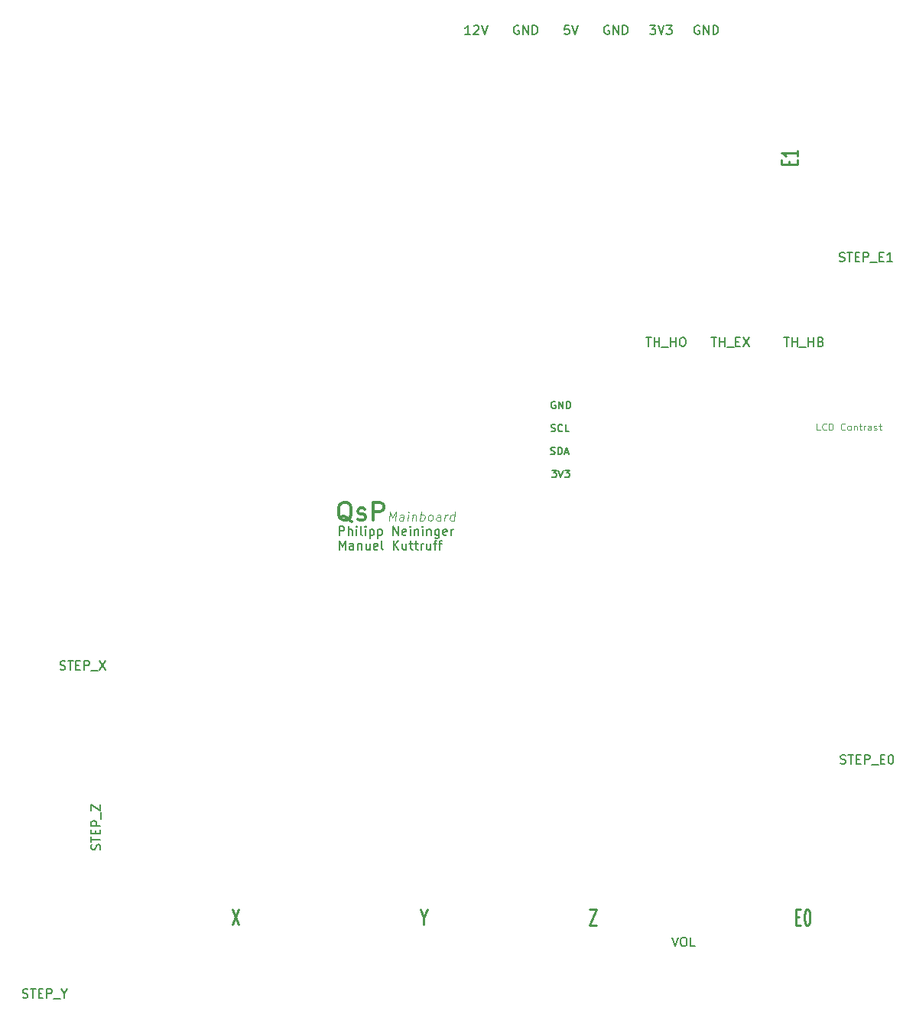
<source format=gbr>
%FSLAX34Y34*%
G04 Gerber Fmt 3.4, Leading zero omitted, Abs format*
G04 (created by PCBNEW (2014-05-13 BZR 4864)-product) date Mi 14 Mai 2014 10:21:02 CEST*
%MOIN*%
G01*
G70*
G90*
G04 APERTURE LIST*
%ADD10C,0.003937*%
%ADD11C,0.007874*%
%ADD12C,0.004331*%
%ADD13C,0.006693*%
%ADD14C,0.011811*%
%ADD15C,0.010700*%
%ADD16C,0.005906*%
G04 APERTURE END LIST*
G54D10*
G54D11*
X57776Y-23046D02*
X57832Y-23065D01*
X57926Y-23065D01*
X57964Y-23046D01*
X57982Y-23027D01*
X58001Y-22990D01*
X58001Y-22952D01*
X57982Y-22915D01*
X57964Y-22896D01*
X57926Y-22877D01*
X57851Y-22858D01*
X57814Y-22840D01*
X57795Y-22821D01*
X57776Y-22783D01*
X57776Y-22746D01*
X57795Y-22708D01*
X57814Y-22690D01*
X57851Y-22671D01*
X57945Y-22671D01*
X58001Y-22690D01*
X58114Y-22671D02*
X58338Y-22671D01*
X58226Y-23065D02*
X58226Y-22671D01*
X58470Y-22858D02*
X58601Y-22858D01*
X58657Y-23065D02*
X58470Y-23065D01*
X58470Y-22671D01*
X58657Y-22671D01*
X58826Y-23065D02*
X58826Y-22671D01*
X58976Y-22671D01*
X59013Y-22690D01*
X59032Y-22708D01*
X59051Y-22746D01*
X59051Y-22802D01*
X59032Y-22840D01*
X59013Y-22858D01*
X58976Y-22877D01*
X58826Y-22877D01*
X59126Y-23102D02*
X59426Y-23102D01*
X59520Y-22858D02*
X59651Y-22858D01*
X59707Y-23065D02*
X59520Y-23065D01*
X59520Y-22671D01*
X59707Y-22671D01*
X60082Y-23065D02*
X59857Y-23065D01*
X59970Y-23065D02*
X59970Y-22671D01*
X59932Y-22727D01*
X59895Y-22765D01*
X59857Y-22783D01*
X57826Y-44946D02*
X57882Y-44965D01*
X57976Y-44965D01*
X58014Y-44946D01*
X58032Y-44927D01*
X58051Y-44890D01*
X58051Y-44852D01*
X58032Y-44815D01*
X58014Y-44796D01*
X57976Y-44777D01*
X57901Y-44758D01*
X57864Y-44740D01*
X57845Y-44721D01*
X57826Y-44683D01*
X57826Y-44646D01*
X57845Y-44608D01*
X57864Y-44590D01*
X57901Y-44571D01*
X57995Y-44571D01*
X58051Y-44590D01*
X58164Y-44571D02*
X58388Y-44571D01*
X58276Y-44965D02*
X58276Y-44571D01*
X58520Y-44758D02*
X58651Y-44758D01*
X58707Y-44965D02*
X58520Y-44965D01*
X58520Y-44571D01*
X58707Y-44571D01*
X58876Y-44965D02*
X58876Y-44571D01*
X59026Y-44571D01*
X59063Y-44590D01*
X59082Y-44608D01*
X59101Y-44646D01*
X59101Y-44702D01*
X59082Y-44740D01*
X59063Y-44758D01*
X59026Y-44777D01*
X58876Y-44777D01*
X59176Y-45002D02*
X59476Y-45002D01*
X59570Y-44758D02*
X59701Y-44758D01*
X59757Y-44965D02*
X59570Y-44965D01*
X59570Y-44571D01*
X59757Y-44571D01*
X60001Y-44571D02*
X60038Y-44571D01*
X60076Y-44590D01*
X60095Y-44608D01*
X60113Y-44646D01*
X60132Y-44721D01*
X60132Y-44815D01*
X60113Y-44890D01*
X60095Y-44927D01*
X60076Y-44946D01*
X60038Y-44965D01*
X60001Y-44965D01*
X59963Y-44946D01*
X59945Y-44927D01*
X59926Y-44890D01*
X59907Y-44815D01*
X59907Y-44721D01*
X59926Y-44646D01*
X59945Y-44608D01*
X59963Y-44590D01*
X60001Y-44571D01*
X23804Y-40846D02*
X23860Y-40865D01*
X23954Y-40865D01*
X23992Y-40846D01*
X24010Y-40827D01*
X24029Y-40790D01*
X24029Y-40752D01*
X24010Y-40715D01*
X23992Y-40696D01*
X23954Y-40677D01*
X23879Y-40658D01*
X23842Y-40640D01*
X23823Y-40621D01*
X23804Y-40583D01*
X23804Y-40546D01*
X23823Y-40508D01*
X23842Y-40490D01*
X23879Y-40471D01*
X23973Y-40471D01*
X24029Y-40490D01*
X24142Y-40471D02*
X24367Y-40471D01*
X24254Y-40865D02*
X24254Y-40471D01*
X24498Y-40658D02*
X24629Y-40658D01*
X24685Y-40865D02*
X24498Y-40865D01*
X24498Y-40471D01*
X24685Y-40471D01*
X24854Y-40865D02*
X24854Y-40471D01*
X25004Y-40471D01*
X25041Y-40490D01*
X25060Y-40508D01*
X25079Y-40546D01*
X25079Y-40602D01*
X25060Y-40640D01*
X25041Y-40658D01*
X25004Y-40677D01*
X24854Y-40677D01*
X25154Y-40902D02*
X25454Y-40902D01*
X25510Y-40471D02*
X25773Y-40865D01*
X25773Y-40471D02*
X25510Y-40865D01*
X22173Y-55146D02*
X22229Y-55165D01*
X22323Y-55165D01*
X22360Y-55146D01*
X22379Y-55127D01*
X22398Y-55090D01*
X22398Y-55052D01*
X22379Y-55015D01*
X22360Y-54996D01*
X22323Y-54977D01*
X22248Y-54958D01*
X22210Y-54940D01*
X22192Y-54921D01*
X22173Y-54883D01*
X22173Y-54846D01*
X22192Y-54808D01*
X22210Y-54790D01*
X22248Y-54771D01*
X22342Y-54771D01*
X22398Y-54790D01*
X22510Y-54771D02*
X22735Y-54771D01*
X22623Y-55165D02*
X22623Y-54771D01*
X22867Y-54958D02*
X22998Y-54958D01*
X23054Y-55165D02*
X22867Y-55165D01*
X22867Y-54771D01*
X23054Y-54771D01*
X23223Y-55165D02*
X23223Y-54771D01*
X23373Y-54771D01*
X23410Y-54790D01*
X23429Y-54808D01*
X23448Y-54846D01*
X23448Y-54902D01*
X23429Y-54940D01*
X23410Y-54958D01*
X23373Y-54977D01*
X23223Y-54977D01*
X23523Y-55202D02*
X23823Y-55202D01*
X23991Y-54977D02*
X23991Y-55165D01*
X23860Y-54771D02*
X23991Y-54977D01*
X24123Y-54771D01*
G54D12*
X56935Y-30420D02*
X56794Y-30420D01*
X56794Y-30125D01*
X57202Y-30392D02*
X57188Y-30406D01*
X57146Y-30420D01*
X57117Y-30420D01*
X57075Y-30406D01*
X57047Y-30378D01*
X57033Y-30350D01*
X57019Y-30294D01*
X57019Y-30251D01*
X57033Y-30195D01*
X57047Y-30167D01*
X57075Y-30139D01*
X57117Y-30125D01*
X57146Y-30125D01*
X57188Y-30139D01*
X57202Y-30153D01*
X57328Y-30420D02*
X57328Y-30125D01*
X57399Y-30125D01*
X57441Y-30139D01*
X57469Y-30167D01*
X57483Y-30195D01*
X57497Y-30251D01*
X57497Y-30294D01*
X57483Y-30350D01*
X57469Y-30378D01*
X57441Y-30406D01*
X57399Y-30420D01*
X57328Y-30420D01*
X58017Y-30392D02*
X58003Y-30406D01*
X57961Y-30420D01*
X57933Y-30420D01*
X57891Y-30406D01*
X57863Y-30378D01*
X57849Y-30350D01*
X57835Y-30294D01*
X57835Y-30251D01*
X57849Y-30195D01*
X57863Y-30167D01*
X57891Y-30139D01*
X57933Y-30125D01*
X57961Y-30125D01*
X58003Y-30139D01*
X58017Y-30153D01*
X58186Y-30420D02*
X58158Y-30406D01*
X58144Y-30392D01*
X58130Y-30364D01*
X58130Y-30279D01*
X58144Y-30251D01*
X58158Y-30237D01*
X58186Y-30223D01*
X58228Y-30223D01*
X58256Y-30237D01*
X58270Y-30251D01*
X58284Y-30279D01*
X58284Y-30364D01*
X58270Y-30392D01*
X58256Y-30406D01*
X58228Y-30420D01*
X58186Y-30420D01*
X58411Y-30223D02*
X58411Y-30420D01*
X58411Y-30251D02*
X58425Y-30237D01*
X58453Y-30223D01*
X58495Y-30223D01*
X58524Y-30237D01*
X58538Y-30265D01*
X58538Y-30420D01*
X58636Y-30223D02*
X58748Y-30223D01*
X58678Y-30125D02*
X58678Y-30378D01*
X58692Y-30406D01*
X58720Y-30420D01*
X58748Y-30420D01*
X58847Y-30420D02*
X58847Y-30223D01*
X58847Y-30279D02*
X58861Y-30251D01*
X58875Y-30237D01*
X58903Y-30223D01*
X58931Y-30223D01*
X59156Y-30420D02*
X59156Y-30265D01*
X59142Y-30237D01*
X59114Y-30223D01*
X59058Y-30223D01*
X59030Y-30237D01*
X59156Y-30406D02*
X59128Y-30420D01*
X59058Y-30420D01*
X59030Y-30406D01*
X59016Y-30378D01*
X59016Y-30350D01*
X59030Y-30322D01*
X59058Y-30308D01*
X59128Y-30308D01*
X59156Y-30294D01*
X59283Y-30406D02*
X59311Y-30420D01*
X59367Y-30420D01*
X59395Y-30406D01*
X59409Y-30378D01*
X59409Y-30364D01*
X59395Y-30336D01*
X59367Y-30322D01*
X59325Y-30322D01*
X59297Y-30308D01*
X59283Y-30279D01*
X59283Y-30265D01*
X59297Y-30237D01*
X59325Y-30223D01*
X59367Y-30223D01*
X59395Y-30237D01*
X59494Y-30223D02*
X59606Y-30223D01*
X59536Y-30125D02*
X59536Y-30378D01*
X59550Y-30406D01*
X59578Y-30420D01*
X59606Y-30420D01*
G54D10*
X38141Y-34365D02*
X38191Y-33971D01*
X38287Y-34252D01*
X38453Y-33971D01*
X38404Y-34365D01*
X38760Y-34365D02*
X38786Y-34158D01*
X38772Y-34121D01*
X38737Y-34102D01*
X38662Y-34102D01*
X38622Y-34121D01*
X38762Y-34346D02*
X38722Y-34365D01*
X38629Y-34365D01*
X38594Y-34346D01*
X38580Y-34308D01*
X38584Y-34271D01*
X38608Y-34233D01*
X38648Y-34215D01*
X38741Y-34215D01*
X38781Y-34196D01*
X38947Y-34365D02*
X38980Y-34102D01*
X38997Y-33971D02*
X38976Y-33990D01*
X38992Y-34008D01*
X39013Y-33990D01*
X38997Y-33971D01*
X38992Y-34008D01*
X39168Y-34102D02*
X39135Y-34365D01*
X39163Y-34140D02*
X39184Y-34121D01*
X39224Y-34102D01*
X39280Y-34102D01*
X39315Y-34121D01*
X39329Y-34158D01*
X39304Y-34365D01*
X39491Y-34365D02*
X39540Y-33971D01*
X39522Y-34121D02*
X39561Y-34102D01*
X39636Y-34102D01*
X39672Y-34121D01*
X39688Y-34140D01*
X39702Y-34177D01*
X39688Y-34290D01*
X39665Y-34327D01*
X39643Y-34346D01*
X39604Y-34365D01*
X39529Y-34365D01*
X39493Y-34346D01*
X39904Y-34365D02*
X39868Y-34346D01*
X39852Y-34327D01*
X39838Y-34290D01*
X39852Y-34177D01*
X39875Y-34140D01*
X39897Y-34121D01*
X39936Y-34102D01*
X39993Y-34102D01*
X40028Y-34121D01*
X40044Y-34140D01*
X40058Y-34177D01*
X40044Y-34290D01*
X40021Y-34327D01*
X40000Y-34346D01*
X39960Y-34365D01*
X39904Y-34365D01*
X40372Y-34365D02*
X40398Y-34158D01*
X40384Y-34121D01*
X40349Y-34102D01*
X40274Y-34102D01*
X40234Y-34121D01*
X40375Y-34346D02*
X40335Y-34365D01*
X40241Y-34365D01*
X40206Y-34346D01*
X40192Y-34308D01*
X40197Y-34271D01*
X40220Y-34233D01*
X40260Y-34215D01*
X40354Y-34215D01*
X40393Y-34196D01*
X40560Y-34365D02*
X40593Y-34102D01*
X40583Y-34177D02*
X40607Y-34140D01*
X40628Y-34121D01*
X40668Y-34102D01*
X40705Y-34102D01*
X40972Y-34365D02*
X41021Y-33971D01*
X40975Y-34346D02*
X40935Y-34365D01*
X40860Y-34365D01*
X40825Y-34346D01*
X40808Y-34327D01*
X40794Y-34290D01*
X40808Y-34177D01*
X40832Y-34140D01*
X40853Y-34121D01*
X40893Y-34102D01*
X40968Y-34102D01*
X41003Y-34121D01*
G54D13*
X35973Y-35006D02*
X35973Y-34612D01*
X36123Y-34612D01*
X36160Y-34631D01*
X36179Y-34649D01*
X36198Y-34687D01*
X36198Y-34743D01*
X36179Y-34781D01*
X36160Y-34799D01*
X36123Y-34818D01*
X35973Y-34818D01*
X36366Y-35006D02*
X36366Y-34612D01*
X36535Y-35006D02*
X36535Y-34799D01*
X36516Y-34762D01*
X36479Y-34743D01*
X36423Y-34743D01*
X36385Y-34762D01*
X36366Y-34781D01*
X36723Y-35006D02*
X36723Y-34743D01*
X36723Y-34612D02*
X36704Y-34631D01*
X36723Y-34649D01*
X36741Y-34631D01*
X36723Y-34612D01*
X36723Y-34649D01*
X36966Y-35006D02*
X36929Y-34987D01*
X36910Y-34949D01*
X36910Y-34612D01*
X37116Y-35006D02*
X37116Y-34743D01*
X37116Y-34612D02*
X37098Y-34631D01*
X37116Y-34649D01*
X37135Y-34631D01*
X37116Y-34612D01*
X37116Y-34649D01*
X37304Y-34743D02*
X37304Y-35137D01*
X37304Y-34762D02*
X37341Y-34743D01*
X37416Y-34743D01*
X37454Y-34762D01*
X37473Y-34781D01*
X37491Y-34818D01*
X37491Y-34931D01*
X37473Y-34968D01*
X37454Y-34987D01*
X37416Y-35006D01*
X37341Y-35006D01*
X37304Y-34987D01*
X37660Y-34743D02*
X37660Y-35137D01*
X37660Y-34762D02*
X37698Y-34743D01*
X37773Y-34743D01*
X37810Y-34762D01*
X37829Y-34781D01*
X37848Y-34818D01*
X37848Y-34931D01*
X37829Y-34968D01*
X37810Y-34987D01*
X37773Y-35006D01*
X37698Y-35006D01*
X37660Y-34987D01*
X38316Y-35006D02*
X38316Y-34612D01*
X38541Y-35006D01*
X38541Y-34612D01*
X38879Y-34987D02*
X38841Y-35006D01*
X38766Y-35006D01*
X38729Y-34987D01*
X38710Y-34949D01*
X38710Y-34799D01*
X38729Y-34762D01*
X38766Y-34743D01*
X38841Y-34743D01*
X38879Y-34762D01*
X38897Y-34799D01*
X38897Y-34837D01*
X38710Y-34874D01*
X39066Y-35006D02*
X39066Y-34743D01*
X39066Y-34612D02*
X39047Y-34631D01*
X39066Y-34649D01*
X39085Y-34631D01*
X39066Y-34612D01*
X39066Y-34649D01*
X39254Y-34743D02*
X39254Y-35006D01*
X39254Y-34781D02*
X39272Y-34762D01*
X39310Y-34743D01*
X39366Y-34743D01*
X39404Y-34762D01*
X39422Y-34799D01*
X39422Y-35006D01*
X39610Y-35006D02*
X39610Y-34743D01*
X39610Y-34612D02*
X39591Y-34631D01*
X39610Y-34649D01*
X39629Y-34631D01*
X39610Y-34612D01*
X39610Y-34649D01*
X39797Y-34743D02*
X39797Y-35006D01*
X39797Y-34781D02*
X39816Y-34762D01*
X39854Y-34743D01*
X39910Y-34743D01*
X39947Y-34762D01*
X39966Y-34799D01*
X39966Y-35006D01*
X40322Y-34743D02*
X40322Y-35062D01*
X40303Y-35099D01*
X40285Y-35118D01*
X40247Y-35137D01*
X40191Y-35137D01*
X40153Y-35118D01*
X40322Y-34987D02*
X40285Y-35006D01*
X40210Y-35006D01*
X40172Y-34987D01*
X40153Y-34968D01*
X40135Y-34931D01*
X40135Y-34818D01*
X40153Y-34781D01*
X40172Y-34762D01*
X40210Y-34743D01*
X40285Y-34743D01*
X40322Y-34762D01*
X40660Y-34987D02*
X40622Y-35006D01*
X40547Y-35006D01*
X40510Y-34987D01*
X40491Y-34949D01*
X40491Y-34799D01*
X40510Y-34762D01*
X40547Y-34743D01*
X40622Y-34743D01*
X40660Y-34762D01*
X40678Y-34799D01*
X40678Y-34837D01*
X40491Y-34874D01*
X40847Y-35006D02*
X40847Y-34743D01*
X40847Y-34818D02*
X40866Y-34781D01*
X40885Y-34762D01*
X40922Y-34743D01*
X40960Y-34743D01*
X35973Y-35624D02*
X35973Y-35230D01*
X36104Y-35511D01*
X36235Y-35230D01*
X36235Y-35624D01*
X36591Y-35624D02*
X36591Y-35417D01*
X36573Y-35380D01*
X36535Y-35361D01*
X36460Y-35361D01*
X36423Y-35380D01*
X36591Y-35605D02*
X36554Y-35624D01*
X36460Y-35624D01*
X36423Y-35605D01*
X36404Y-35567D01*
X36404Y-35530D01*
X36423Y-35492D01*
X36460Y-35474D01*
X36554Y-35474D01*
X36591Y-35455D01*
X36779Y-35361D02*
X36779Y-35624D01*
X36779Y-35399D02*
X36798Y-35380D01*
X36835Y-35361D01*
X36891Y-35361D01*
X36929Y-35380D01*
X36948Y-35417D01*
X36948Y-35624D01*
X37304Y-35361D02*
X37304Y-35624D01*
X37135Y-35361D02*
X37135Y-35567D01*
X37154Y-35605D01*
X37191Y-35624D01*
X37248Y-35624D01*
X37285Y-35605D01*
X37304Y-35586D01*
X37641Y-35605D02*
X37604Y-35624D01*
X37529Y-35624D01*
X37491Y-35605D01*
X37473Y-35567D01*
X37473Y-35417D01*
X37491Y-35380D01*
X37529Y-35361D01*
X37604Y-35361D01*
X37641Y-35380D01*
X37660Y-35417D01*
X37660Y-35455D01*
X37473Y-35492D01*
X37885Y-35624D02*
X37848Y-35605D01*
X37829Y-35567D01*
X37829Y-35230D01*
X38335Y-35624D02*
X38335Y-35230D01*
X38560Y-35624D02*
X38391Y-35399D01*
X38560Y-35230D02*
X38335Y-35455D01*
X38897Y-35361D02*
X38897Y-35624D01*
X38729Y-35361D02*
X38729Y-35567D01*
X38747Y-35605D01*
X38785Y-35624D01*
X38841Y-35624D01*
X38879Y-35605D01*
X38897Y-35586D01*
X39029Y-35361D02*
X39179Y-35361D01*
X39085Y-35230D02*
X39085Y-35567D01*
X39104Y-35605D01*
X39141Y-35624D01*
X39179Y-35624D01*
X39254Y-35361D02*
X39404Y-35361D01*
X39310Y-35230D02*
X39310Y-35567D01*
X39329Y-35605D01*
X39366Y-35624D01*
X39404Y-35624D01*
X39535Y-35624D02*
X39535Y-35361D01*
X39535Y-35436D02*
X39554Y-35399D01*
X39572Y-35380D01*
X39610Y-35361D01*
X39647Y-35361D01*
X39947Y-35361D02*
X39947Y-35624D01*
X39779Y-35361D02*
X39779Y-35567D01*
X39797Y-35605D01*
X39835Y-35624D01*
X39891Y-35624D01*
X39929Y-35605D01*
X39947Y-35586D01*
X40079Y-35361D02*
X40228Y-35361D01*
X40135Y-35624D02*
X40135Y-35286D01*
X40153Y-35249D01*
X40191Y-35230D01*
X40228Y-35230D01*
X40303Y-35361D02*
X40453Y-35361D01*
X40360Y-35624D02*
X40360Y-35286D01*
X40378Y-35249D01*
X40416Y-35230D01*
X40453Y-35230D01*
G54D14*
X36517Y-34418D02*
X36442Y-34380D01*
X36367Y-34305D01*
X36254Y-34193D01*
X36179Y-34155D01*
X36104Y-34155D01*
X36142Y-34343D02*
X36067Y-34305D01*
X35992Y-34230D01*
X35954Y-34080D01*
X35954Y-33818D01*
X35992Y-33668D01*
X36067Y-33593D01*
X36142Y-33555D01*
X36292Y-33555D01*
X36367Y-33593D01*
X36442Y-33668D01*
X36479Y-33818D01*
X36479Y-34080D01*
X36442Y-34230D01*
X36367Y-34305D01*
X36292Y-34343D01*
X36142Y-34343D01*
X36779Y-34305D02*
X36854Y-34343D01*
X37004Y-34343D01*
X37079Y-34305D01*
X37117Y-34230D01*
X37117Y-34193D01*
X37079Y-34118D01*
X37004Y-34080D01*
X36892Y-34080D01*
X36817Y-34043D01*
X36779Y-33968D01*
X36779Y-33930D01*
X36817Y-33855D01*
X36892Y-33818D01*
X37004Y-33818D01*
X37079Y-33855D01*
X37454Y-34343D02*
X37454Y-33555D01*
X37754Y-33555D01*
X37829Y-33593D01*
X37866Y-33630D01*
X37904Y-33705D01*
X37904Y-33818D01*
X37866Y-33893D01*
X37829Y-33930D01*
X37754Y-33968D01*
X37454Y-33968D01*
G54D11*
X51668Y-12795D02*
X51631Y-12776D01*
X51574Y-12776D01*
X51518Y-12795D01*
X51481Y-12832D01*
X51462Y-12870D01*
X51443Y-12945D01*
X51443Y-13001D01*
X51462Y-13076D01*
X51481Y-13113D01*
X51518Y-13151D01*
X51574Y-13170D01*
X51612Y-13170D01*
X51668Y-13151D01*
X51687Y-13132D01*
X51687Y-13001D01*
X51612Y-13001D01*
X51856Y-13170D02*
X51856Y-12776D01*
X52080Y-13170D01*
X52080Y-12776D01*
X52268Y-13170D02*
X52268Y-12776D01*
X52362Y-12776D01*
X52418Y-12795D01*
X52455Y-12832D01*
X52474Y-12870D01*
X52493Y-12945D01*
X52493Y-13001D01*
X52474Y-13076D01*
X52455Y-13113D01*
X52418Y-13151D01*
X52362Y-13170D01*
X52268Y-13170D01*
X49512Y-12776D02*
X49756Y-12776D01*
X49625Y-12926D01*
X49681Y-12926D01*
X49718Y-12945D01*
X49737Y-12964D01*
X49756Y-13001D01*
X49756Y-13095D01*
X49737Y-13132D01*
X49718Y-13151D01*
X49681Y-13170D01*
X49568Y-13170D01*
X49531Y-13151D01*
X49512Y-13132D01*
X49868Y-12776D02*
X50000Y-13170D01*
X50131Y-12776D01*
X50224Y-12776D02*
X50468Y-12776D01*
X50337Y-12926D01*
X50393Y-12926D01*
X50431Y-12945D01*
X50449Y-12964D01*
X50468Y-13001D01*
X50468Y-13095D01*
X50449Y-13132D01*
X50431Y-13151D01*
X50393Y-13170D01*
X50281Y-13170D01*
X50243Y-13151D01*
X50224Y-13132D01*
X47731Y-12795D02*
X47694Y-12776D01*
X47637Y-12776D01*
X47581Y-12795D01*
X47544Y-12832D01*
X47525Y-12870D01*
X47506Y-12945D01*
X47506Y-13001D01*
X47525Y-13076D01*
X47544Y-13113D01*
X47581Y-13151D01*
X47637Y-13170D01*
X47675Y-13170D01*
X47731Y-13151D01*
X47750Y-13132D01*
X47750Y-13001D01*
X47675Y-13001D01*
X47919Y-13170D02*
X47919Y-12776D01*
X48143Y-13170D01*
X48143Y-12776D01*
X48331Y-13170D02*
X48331Y-12776D01*
X48425Y-12776D01*
X48481Y-12795D01*
X48518Y-12832D01*
X48537Y-12870D01*
X48556Y-12945D01*
X48556Y-13001D01*
X48537Y-13076D01*
X48518Y-13113D01*
X48481Y-13151D01*
X48425Y-13170D01*
X48331Y-13170D01*
X45988Y-12776D02*
X45800Y-12776D01*
X45781Y-12964D01*
X45800Y-12945D01*
X45838Y-12926D01*
X45931Y-12926D01*
X45969Y-12945D01*
X45988Y-12964D01*
X46006Y-13001D01*
X46006Y-13095D01*
X45988Y-13132D01*
X45969Y-13151D01*
X45931Y-13170D01*
X45838Y-13170D01*
X45800Y-13151D01*
X45781Y-13132D01*
X46119Y-12776D02*
X46250Y-13170D01*
X46381Y-12776D01*
X43794Y-12795D02*
X43757Y-12776D01*
X43700Y-12776D01*
X43644Y-12795D01*
X43607Y-12832D01*
X43588Y-12870D01*
X43569Y-12945D01*
X43569Y-13001D01*
X43588Y-13076D01*
X43607Y-13113D01*
X43644Y-13151D01*
X43700Y-13170D01*
X43738Y-13170D01*
X43794Y-13151D01*
X43813Y-13132D01*
X43813Y-13001D01*
X43738Y-13001D01*
X43982Y-13170D02*
X43982Y-12776D01*
X44206Y-13170D01*
X44206Y-12776D01*
X44394Y-13170D02*
X44394Y-12776D01*
X44488Y-12776D01*
X44544Y-12795D01*
X44581Y-12832D01*
X44600Y-12870D01*
X44619Y-12945D01*
X44619Y-13001D01*
X44600Y-13076D01*
X44581Y-13113D01*
X44544Y-13151D01*
X44488Y-13170D01*
X44394Y-13170D01*
X41685Y-13170D02*
X41460Y-13170D01*
X41572Y-13170D02*
X41572Y-12776D01*
X41535Y-12832D01*
X41497Y-12870D01*
X41460Y-12889D01*
X41835Y-12814D02*
X41854Y-12795D01*
X41891Y-12776D01*
X41985Y-12776D01*
X42022Y-12795D01*
X42041Y-12814D01*
X42060Y-12851D01*
X42060Y-12889D01*
X42041Y-12945D01*
X41816Y-13170D01*
X42060Y-13170D01*
X42172Y-12776D02*
X42304Y-13170D01*
X42435Y-12776D01*
G54D15*
X55580Y-18832D02*
X55580Y-18689D01*
X55937Y-18628D02*
X55937Y-18832D01*
X55256Y-18832D01*
X55256Y-18628D01*
X55937Y-18221D02*
X55937Y-18465D01*
X55937Y-18343D02*
X55256Y-18343D01*
X55353Y-18384D01*
X55418Y-18424D01*
X55451Y-18465D01*
X55884Y-51638D02*
X56026Y-51638D01*
X56087Y-51995D02*
X55884Y-51995D01*
X55884Y-51314D01*
X56087Y-51314D01*
X56352Y-51314D02*
X56393Y-51314D01*
X56434Y-51346D01*
X56454Y-51378D01*
X56475Y-51443D01*
X56495Y-51573D01*
X56495Y-51735D01*
X56475Y-51865D01*
X56454Y-51930D01*
X56434Y-51962D01*
X56393Y-51995D01*
X56352Y-51995D01*
X56312Y-51962D01*
X56291Y-51930D01*
X56271Y-51865D01*
X56250Y-51735D01*
X56250Y-51573D01*
X56271Y-51443D01*
X56291Y-51378D01*
X56312Y-51346D01*
X56352Y-51314D01*
X46886Y-51314D02*
X47172Y-51314D01*
X46886Y-51995D01*
X47172Y-51995D01*
X39665Y-51657D02*
X39665Y-51981D01*
X39522Y-51300D02*
X39665Y-51657D01*
X39808Y-51300D01*
X31304Y-51300D02*
X31590Y-51981D01*
X31590Y-51300D02*
X31304Y-51981D01*
G54D11*
X25538Y-48711D02*
X25557Y-48655D01*
X25557Y-48561D01*
X25538Y-48524D01*
X25520Y-48505D01*
X25482Y-48486D01*
X25445Y-48486D01*
X25407Y-48505D01*
X25388Y-48524D01*
X25370Y-48561D01*
X25351Y-48636D01*
X25332Y-48674D01*
X25313Y-48693D01*
X25276Y-48711D01*
X25238Y-48711D01*
X25201Y-48693D01*
X25182Y-48674D01*
X25163Y-48636D01*
X25163Y-48543D01*
X25182Y-48486D01*
X25163Y-48374D02*
X25163Y-48149D01*
X25557Y-48261D02*
X25163Y-48261D01*
X25351Y-48018D02*
X25351Y-47886D01*
X25557Y-47830D02*
X25557Y-48018D01*
X25163Y-48018D01*
X25163Y-47830D01*
X25557Y-47662D02*
X25163Y-47662D01*
X25163Y-47512D01*
X25182Y-47474D01*
X25201Y-47455D01*
X25238Y-47437D01*
X25295Y-47437D01*
X25332Y-47455D01*
X25351Y-47474D01*
X25370Y-47512D01*
X25370Y-47662D01*
X25595Y-47362D02*
X25595Y-47062D01*
X25163Y-47005D02*
X25163Y-46743D01*
X25557Y-47005D01*
X25557Y-46743D01*
G54D16*
X45239Y-32164D02*
X45434Y-32164D01*
X45329Y-32284D01*
X45374Y-32284D01*
X45404Y-32299D01*
X45419Y-32314D01*
X45434Y-32344D01*
X45434Y-32419D01*
X45419Y-32449D01*
X45404Y-32464D01*
X45374Y-32479D01*
X45284Y-32479D01*
X45254Y-32464D01*
X45239Y-32449D01*
X45524Y-32164D02*
X45629Y-32479D01*
X45734Y-32164D01*
X45809Y-32164D02*
X46004Y-32164D01*
X45899Y-32284D01*
X45944Y-32284D01*
X45974Y-32299D01*
X45989Y-32314D01*
X46004Y-32344D01*
X46004Y-32419D01*
X45989Y-32449D01*
X45974Y-32464D01*
X45944Y-32479D01*
X45854Y-32479D01*
X45824Y-32464D01*
X45809Y-32449D01*
X45197Y-31464D02*
X45242Y-31479D01*
X45317Y-31479D01*
X45347Y-31464D01*
X45362Y-31449D01*
X45377Y-31419D01*
X45377Y-31389D01*
X45362Y-31359D01*
X45347Y-31344D01*
X45317Y-31329D01*
X45257Y-31314D01*
X45227Y-31299D01*
X45212Y-31284D01*
X45197Y-31254D01*
X45197Y-31224D01*
X45212Y-31194D01*
X45227Y-31179D01*
X45257Y-31164D01*
X45332Y-31164D01*
X45377Y-31179D01*
X45512Y-31479D02*
X45512Y-31164D01*
X45587Y-31164D01*
X45632Y-31179D01*
X45662Y-31209D01*
X45677Y-31239D01*
X45692Y-31299D01*
X45692Y-31344D01*
X45677Y-31404D01*
X45662Y-31434D01*
X45632Y-31464D01*
X45587Y-31479D01*
X45512Y-31479D01*
X45811Y-31389D02*
X45961Y-31389D01*
X45782Y-31479D02*
X45886Y-31164D01*
X45991Y-31479D01*
X45204Y-30464D02*
X45249Y-30479D01*
X45324Y-30479D01*
X45354Y-30464D01*
X45369Y-30449D01*
X45384Y-30419D01*
X45384Y-30389D01*
X45369Y-30359D01*
X45354Y-30344D01*
X45324Y-30329D01*
X45264Y-30314D01*
X45234Y-30299D01*
X45219Y-30284D01*
X45204Y-30254D01*
X45204Y-30224D01*
X45219Y-30194D01*
X45234Y-30179D01*
X45264Y-30164D01*
X45339Y-30164D01*
X45384Y-30179D01*
X45699Y-30449D02*
X45684Y-30464D01*
X45639Y-30479D01*
X45609Y-30479D01*
X45564Y-30464D01*
X45534Y-30434D01*
X45519Y-30404D01*
X45504Y-30344D01*
X45504Y-30299D01*
X45519Y-30239D01*
X45534Y-30209D01*
X45564Y-30179D01*
X45609Y-30164D01*
X45639Y-30164D01*
X45684Y-30179D01*
X45699Y-30194D01*
X45984Y-30479D02*
X45834Y-30479D01*
X45834Y-30164D01*
X45389Y-29179D02*
X45359Y-29164D01*
X45314Y-29164D01*
X45269Y-29179D01*
X45239Y-29209D01*
X45224Y-29239D01*
X45209Y-29299D01*
X45209Y-29344D01*
X45224Y-29404D01*
X45239Y-29434D01*
X45269Y-29464D01*
X45314Y-29479D01*
X45344Y-29479D01*
X45389Y-29464D01*
X45404Y-29449D01*
X45404Y-29344D01*
X45344Y-29344D01*
X45539Y-29479D02*
X45539Y-29164D01*
X45719Y-29479D01*
X45719Y-29164D01*
X45869Y-29479D02*
X45869Y-29164D01*
X45944Y-29164D01*
X45989Y-29179D01*
X46019Y-29209D01*
X46034Y-29239D01*
X46049Y-29299D01*
X46049Y-29344D01*
X46034Y-29404D01*
X46019Y-29434D01*
X45989Y-29464D01*
X45944Y-29479D01*
X45869Y-29479D01*
X50482Y-52521D02*
X50613Y-52915D01*
X50745Y-52521D01*
X50951Y-52521D02*
X51026Y-52521D01*
X51063Y-52540D01*
X51101Y-52577D01*
X51120Y-52652D01*
X51120Y-52783D01*
X51101Y-52858D01*
X51063Y-52896D01*
X51026Y-52915D01*
X50951Y-52915D01*
X50913Y-52896D01*
X50876Y-52858D01*
X50857Y-52783D01*
X50857Y-52652D01*
X50876Y-52577D01*
X50913Y-52540D01*
X50951Y-52521D01*
X51476Y-52915D02*
X51288Y-52915D01*
X51288Y-52521D01*
X52195Y-26371D02*
X52420Y-26371D01*
X52307Y-26765D02*
X52307Y-26371D01*
X52551Y-26765D02*
X52551Y-26371D01*
X52551Y-26558D02*
X52776Y-26558D01*
X52776Y-26765D02*
X52776Y-26371D01*
X52870Y-26802D02*
X53170Y-26802D01*
X53263Y-26558D02*
X53395Y-26558D01*
X53451Y-26765D02*
X53263Y-26765D01*
X53263Y-26371D01*
X53451Y-26371D01*
X53582Y-26371D02*
X53845Y-26765D01*
X53845Y-26371D02*
X53582Y-26765D01*
X49348Y-26371D02*
X49573Y-26371D01*
X49460Y-26765D02*
X49460Y-26371D01*
X49704Y-26765D02*
X49704Y-26371D01*
X49704Y-26558D02*
X49929Y-26558D01*
X49929Y-26765D02*
X49929Y-26371D01*
X50023Y-26802D02*
X50323Y-26802D01*
X50417Y-26765D02*
X50417Y-26371D01*
X50417Y-26558D02*
X50641Y-26558D01*
X50641Y-26765D02*
X50641Y-26371D01*
X50904Y-26371D02*
X50979Y-26371D01*
X51016Y-26390D01*
X51054Y-26427D01*
X51073Y-26502D01*
X51073Y-26633D01*
X51054Y-26708D01*
X51016Y-26746D01*
X50979Y-26765D01*
X50904Y-26765D01*
X50866Y-26746D01*
X50829Y-26708D01*
X50810Y-26633D01*
X50810Y-26502D01*
X50829Y-26427D01*
X50866Y-26390D01*
X50904Y-26371D01*
X55357Y-26371D02*
X55582Y-26371D01*
X55470Y-26765D02*
X55470Y-26371D01*
X55713Y-26765D02*
X55713Y-26371D01*
X55713Y-26558D02*
X55938Y-26558D01*
X55938Y-26765D02*
X55938Y-26371D01*
X56032Y-26802D02*
X56332Y-26802D01*
X56426Y-26765D02*
X56426Y-26371D01*
X56426Y-26558D02*
X56651Y-26558D01*
X56651Y-26765D02*
X56651Y-26371D01*
X56970Y-26558D02*
X57026Y-26577D01*
X57045Y-26596D01*
X57063Y-26633D01*
X57063Y-26690D01*
X57045Y-26727D01*
X57026Y-26746D01*
X56988Y-26765D01*
X56838Y-26765D01*
X56838Y-26371D01*
X56970Y-26371D01*
X57007Y-26390D01*
X57026Y-26408D01*
X57045Y-26446D01*
X57045Y-26483D01*
X57026Y-26521D01*
X57007Y-26540D01*
X56970Y-26558D01*
X56838Y-26558D01*
M02*

</source>
